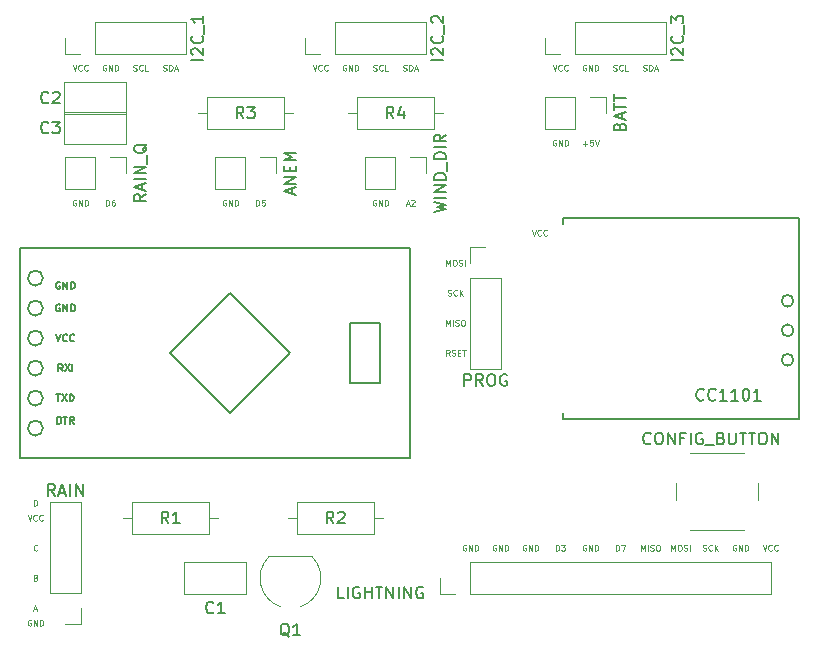
<source format=gbr>
%TF.GenerationSoftware,KiCad,Pcbnew,5.0.0*%
%TF.CreationDate,2018-08-07T10:12:14+02:00*%
%TF.ProjectId,HB-UNI-Sen-WEA,48422D554E492D53656E2D5745412E6B,1.0*%
%TF.SameCoordinates,Original*%
%TF.FileFunction,Legend,Top*%
%TF.FilePolarity,Positive*%
%FSLAX46Y46*%
G04 Gerber Fmt 4.6, Leading zero omitted, Abs format (unit mm)*
G04 Created by KiCad (PCBNEW 5.0.0) date Tue Aug  7 10:12:14 2018*
%MOMM*%
%LPD*%
G01*
G04 APERTURE LIST*
%ADD10C,0.100000*%
%ADD11C,0.150000*%
%ADD12C,0.120000*%
G04 APERTURE END LIST*
D10*
X168267142Y-77505714D02*
X168648095Y-77505714D01*
X168457619Y-77696190D02*
X168457619Y-77315238D01*
X169124285Y-77196190D02*
X168886190Y-77196190D01*
X168862380Y-77434285D01*
X168886190Y-77410476D01*
X168933809Y-77386666D01*
X169052857Y-77386666D01*
X169100476Y-77410476D01*
X169124285Y-77434285D01*
X169148095Y-77481904D01*
X169148095Y-77600952D01*
X169124285Y-77648571D01*
X169100476Y-77672380D01*
X169052857Y-77696190D01*
X168933809Y-77696190D01*
X168886190Y-77672380D01*
X168862380Y-77648571D01*
X169290952Y-77196190D02*
X169457619Y-77696190D01*
X169624285Y-77196190D01*
X165989047Y-77220000D02*
X165941428Y-77196190D01*
X165870000Y-77196190D01*
X165798571Y-77220000D01*
X165750952Y-77267619D01*
X165727142Y-77315238D01*
X165703333Y-77410476D01*
X165703333Y-77481904D01*
X165727142Y-77577142D01*
X165750952Y-77624761D01*
X165798571Y-77672380D01*
X165870000Y-77696190D01*
X165917619Y-77696190D01*
X165989047Y-77672380D01*
X166012857Y-77648571D01*
X166012857Y-77481904D01*
X165917619Y-77481904D01*
X166227142Y-77696190D02*
X166227142Y-77196190D01*
X166512857Y-77696190D01*
X166512857Y-77196190D01*
X166750952Y-77696190D02*
X166750952Y-77196190D01*
X166870000Y-77196190D01*
X166941428Y-77220000D01*
X166989047Y-77267619D01*
X167012857Y-77315238D01*
X167036666Y-77410476D01*
X167036666Y-77481904D01*
X167012857Y-77577142D01*
X166989047Y-77624761D01*
X166941428Y-77672380D01*
X166870000Y-77696190D01*
X166750952Y-77696190D01*
X121253333Y-108946190D02*
X121420000Y-109446190D01*
X121586666Y-108946190D01*
X122039047Y-109398571D02*
X122015238Y-109422380D01*
X121943809Y-109446190D01*
X121896190Y-109446190D01*
X121824761Y-109422380D01*
X121777142Y-109374761D01*
X121753333Y-109327142D01*
X121729523Y-109231904D01*
X121729523Y-109160476D01*
X121753333Y-109065238D01*
X121777142Y-109017619D01*
X121824761Y-108970000D01*
X121896190Y-108946190D01*
X121943809Y-108946190D01*
X122015238Y-108970000D01*
X122039047Y-108993809D01*
X122539047Y-109398571D02*
X122515238Y-109422380D01*
X122443809Y-109446190D01*
X122396190Y-109446190D01*
X122324761Y-109422380D01*
X122277142Y-109374761D01*
X122253333Y-109327142D01*
X122229523Y-109231904D01*
X122229523Y-109160476D01*
X122253333Y-109065238D01*
X122277142Y-109017619D01*
X122324761Y-108970000D01*
X122396190Y-108946190D01*
X122443809Y-108946190D01*
X122515238Y-108970000D01*
X122539047Y-108993809D01*
X121539047Y-117860000D02*
X121491428Y-117836190D01*
X121420000Y-117836190D01*
X121348571Y-117860000D01*
X121300952Y-117907619D01*
X121277142Y-117955238D01*
X121253333Y-118050476D01*
X121253333Y-118121904D01*
X121277142Y-118217142D01*
X121300952Y-118264761D01*
X121348571Y-118312380D01*
X121420000Y-118336190D01*
X121467619Y-118336190D01*
X121539047Y-118312380D01*
X121562857Y-118288571D01*
X121562857Y-118121904D01*
X121467619Y-118121904D01*
X121777142Y-118336190D02*
X121777142Y-117836190D01*
X122062857Y-118336190D01*
X122062857Y-117836190D01*
X122300952Y-118336190D02*
X122300952Y-117836190D01*
X122420000Y-117836190D01*
X122491428Y-117860000D01*
X122539047Y-117907619D01*
X122562857Y-117955238D01*
X122586666Y-118050476D01*
X122586666Y-118121904D01*
X122562857Y-118217142D01*
X122539047Y-118264761D01*
X122491428Y-118312380D01*
X122420000Y-118336190D01*
X122300952Y-118336190D01*
X156980000Y-95476190D02*
X156813333Y-95238095D01*
X156694285Y-95476190D02*
X156694285Y-94976190D01*
X156884761Y-94976190D01*
X156932380Y-95000000D01*
X156956190Y-95023809D01*
X156980000Y-95071428D01*
X156980000Y-95142857D01*
X156956190Y-95190476D01*
X156932380Y-95214285D01*
X156884761Y-95238095D01*
X156694285Y-95238095D01*
X157170476Y-95452380D02*
X157241904Y-95476190D01*
X157360952Y-95476190D01*
X157408571Y-95452380D01*
X157432380Y-95428571D01*
X157456190Y-95380952D01*
X157456190Y-95333333D01*
X157432380Y-95285714D01*
X157408571Y-95261904D01*
X157360952Y-95238095D01*
X157265714Y-95214285D01*
X157218095Y-95190476D01*
X157194285Y-95166666D01*
X157170476Y-95119047D01*
X157170476Y-95071428D01*
X157194285Y-95023809D01*
X157218095Y-95000000D01*
X157265714Y-94976190D01*
X157384761Y-94976190D01*
X157456190Y-95000000D01*
X157670476Y-95214285D02*
X157837142Y-95214285D01*
X157908571Y-95476190D02*
X157670476Y-95476190D01*
X157670476Y-94976190D01*
X157908571Y-94976190D01*
X158051428Y-94976190D02*
X158337142Y-94976190D01*
X158194285Y-95476190D02*
X158194285Y-94976190D01*
X156837142Y-90372380D02*
X156908571Y-90396190D01*
X157027619Y-90396190D01*
X157075238Y-90372380D01*
X157099047Y-90348571D01*
X157122857Y-90300952D01*
X157122857Y-90253333D01*
X157099047Y-90205714D01*
X157075238Y-90181904D01*
X157027619Y-90158095D01*
X156932380Y-90134285D01*
X156884761Y-90110476D01*
X156860952Y-90086666D01*
X156837142Y-90039047D01*
X156837142Y-89991428D01*
X156860952Y-89943809D01*
X156884761Y-89920000D01*
X156932380Y-89896190D01*
X157051428Y-89896190D01*
X157122857Y-89920000D01*
X157622857Y-90348571D02*
X157599047Y-90372380D01*
X157527619Y-90396190D01*
X157480000Y-90396190D01*
X157408571Y-90372380D01*
X157360952Y-90324761D01*
X157337142Y-90277142D01*
X157313333Y-90181904D01*
X157313333Y-90110476D01*
X157337142Y-90015238D01*
X157360952Y-89967619D01*
X157408571Y-89920000D01*
X157480000Y-89896190D01*
X157527619Y-89896190D01*
X157599047Y-89920000D01*
X157622857Y-89943809D01*
X157837142Y-90396190D02*
X157837142Y-89896190D01*
X158122857Y-90396190D02*
X157908571Y-90110476D01*
X158122857Y-89896190D02*
X157837142Y-90181904D01*
X156694285Y-92936190D02*
X156694285Y-92436190D01*
X156860952Y-92793333D01*
X157027619Y-92436190D01*
X157027619Y-92936190D01*
X157265714Y-92936190D02*
X157265714Y-92436190D01*
X157480000Y-92912380D02*
X157551428Y-92936190D01*
X157670476Y-92936190D01*
X157718095Y-92912380D01*
X157741904Y-92888571D01*
X157765714Y-92840952D01*
X157765714Y-92793333D01*
X157741904Y-92745714D01*
X157718095Y-92721904D01*
X157670476Y-92698095D01*
X157575238Y-92674285D01*
X157527619Y-92650476D01*
X157503809Y-92626666D01*
X157480000Y-92579047D01*
X157480000Y-92531428D01*
X157503809Y-92483809D01*
X157527619Y-92460000D01*
X157575238Y-92436190D01*
X157694285Y-92436190D01*
X157765714Y-92460000D01*
X158075238Y-92436190D02*
X158170476Y-92436190D01*
X158218095Y-92460000D01*
X158265714Y-92507619D01*
X158289523Y-92602857D01*
X158289523Y-92769523D01*
X158265714Y-92864761D01*
X158218095Y-92912380D01*
X158170476Y-92936190D01*
X158075238Y-92936190D01*
X158027619Y-92912380D01*
X157980000Y-92864761D01*
X157956190Y-92769523D01*
X157956190Y-92602857D01*
X157980000Y-92507619D01*
X158027619Y-92460000D01*
X158075238Y-92436190D01*
X156694285Y-87856190D02*
X156694285Y-87356190D01*
X156860952Y-87713333D01*
X157027619Y-87356190D01*
X157027619Y-87856190D01*
X157360952Y-87356190D02*
X157456190Y-87356190D01*
X157503809Y-87380000D01*
X157551428Y-87427619D01*
X157575238Y-87522857D01*
X157575238Y-87689523D01*
X157551428Y-87784761D01*
X157503809Y-87832380D01*
X157456190Y-87856190D01*
X157360952Y-87856190D01*
X157313333Y-87832380D01*
X157265714Y-87784761D01*
X157241904Y-87689523D01*
X157241904Y-87522857D01*
X157265714Y-87427619D01*
X157313333Y-87380000D01*
X157360952Y-87356190D01*
X157765714Y-87832380D02*
X157837142Y-87856190D01*
X157956190Y-87856190D01*
X158003809Y-87832380D01*
X158027619Y-87808571D01*
X158051428Y-87760952D01*
X158051428Y-87713333D01*
X158027619Y-87665714D01*
X158003809Y-87641904D01*
X157956190Y-87618095D01*
X157860952Y-87594285D01*
X157813333Y-87570476D01*
X157789523Y-87546666D01*
X157765714Y-87499047D01*
X157765714Y-87451428D01*
X157789523Y-87403809D01*
X157813333Y-87380000D01*
X157860952Y-87356190D01*
X157980000Y-87356190D01*
X158051428Y-87380000D01*
X158265714Y-87856190D02*
X158265714Y-87356190D01*
X163942619Y-84816190D02*
X164109285Y-85316190D01*
X164275952Y-84816190D01*
X164728333Y-85268571D02*
X164704523Y-85292380D01*
X164633095Y-85316190D01*
X164585476Y-85316190D01*
X164514047Y-85292380D01*
X164466428Y-85244761D01*
X164442619Y-85197142D01*
X164418809Y-85101904D01*
X164418809Y-85030476D01*
X164442619Y-84935238D01*
X164466428Y-84887619D01*
X164514047Y-84840000D01*
X164585476Y-84816190D01*
X164633095Y-84816190D01*
X164704523Y-84840000D01*
X164728333Y-84863809D01*
X165228333Y-85268571D02*
X165204523Y-85292380D01*
X165133095Y-85316190D01*
X165085476Y-85316190D01*
X165014047Y-85292380D01*
X164966428Y-85244761D01*
X164942619Y-85197142D01*
X164918809Y-85101904D01*
X164918809Y-85030476D01*
X164942619Y-84935238D01*
X164966428Y-84887619D01*
X165014047Y-84840000D01*
X165085476Y-84816190D01*
X165133095Y-84816190D01*
X165204523Y-84840000D01*
X165228333Y-84863809D01*
X165703333Y-70846190D02*
X165870000Y-71346190D01*
X166036666Y-70846190D01*
X166489047Y-71298571D02*
X166465238Y-71322380D01*
X166393809Y-71346190D01*
X166346190Y-71346190D01*
X166274761Y-71322380D01*
X166227142Y-71274761D01*
X166203333Y-71227142D01*
X166179523Y-71131904D01*
X166179523Y-71060476D01*
X166203333Y-70965238D01*
X166227142Y-70917619D01*
X166274761Y-70870000D01*
X166346190Y-70846190D01*
X166393809Y-70846190D01*
X166465238Y-70870000D01*
X166489047Y-70893809D01*
X166989047Y-71298571D02*
X166965238Y-71322380D01*
X166893809Y-71346190D01*
X166846190Y-71346190D01*
X166774761Y-71322380D01*
X166727142Y-71274761D01*
X166703333Y-71227142D01*
X166679523Y-71131904D01*
X166679523Y-71060476D01*
X166703333Y-70965238D01*
X166727142Y-70917619D01*
X166774761Y-70870000D01*
X166846190Y-70846190D01*
X166893809Y-70846190D01*
X166965238Y-70870000D01*
X166989047Y-70893809D01*
X168529047Y-70870000D02*
X168481428Y-70846190D01*
X168410000Y-70846190D01*
X168338571Y-70870000D01*
X168290952Y-70917619D01*
X168267142Y-70965238D01*
X168243333Y-71060476D01*
X168243333Y-71131904D01*
X168267142Y-71227142D01*
X168290952Y-71274761D01*
X168338571Y-71322380D01*
X168410000Y-71346190D01*
X168457619Y-71346190D01*
X168529047Y-71322380D01*
X168552857Y-71298571D01*
X168552857Y-71131904D01*
X168457619Y-71131904D01*
X168767142Y-71346190D02*
X168767142Y-70846190D01*
X169052857Y-71346190D01*
X169052857Y-70846190D01*
X169290952Y-71346190D02*
X169290952Y-70846190D01*
X169410000Y-70846190D01*
X169481428Y-70870000D01*
X169529047Y-70917619D01*
X169552857Y-70965238D01*
X169576666Y-71060476D01*
X169576666Y-71131904D01*
X169552857Y-71227142D01*
X169529047Y-71274761D01*
X169481428Y-71322380D01*
X169410000Y-71346190D01*
X169290952Y-71346190D01*
X170854761Y-71322380D02*
X170926190Y-71346190D01*
X171045238Y-71346190D01*
X171092857Y-71322380D01*
X171116666Y-71298571D01*
X171140476Y-71250952D01*
X171140476Y-71203333D01*
X171116666Y-71155714D01*
X171092857Y-71131904D01*
X171045238Y-71108095D01*
X170950000Y-71084285D01*
X170902380Y-71060476D01*
X170878571Y-71036666D01*
X170854761Y-70989047D01*
X170854761Y-70941428D01*
X170878571Y-70893809D01*
X170902380Y-70870000D01*
X170950000Y-70846190D01*
X171069047Y-70846190D01*
X171140476Y-70870000D01*
X171640476Y-71298571D02*
X171616666Y-71322380D01*
X171545238Y-71346190D01*
X171497619Y-71346190D01*
X171426190Y-71322380D01*
X171378571Y-71274761D01*
X171354761Y-71227142D01*
X171330952Y-71131904D01*
X171330952Y-71060476D01*
X171354761Y-70965238D01*
X171378571Y-70917619D01*
X171426190Y-70870000D01*
X171497619Y-70846190D01*
X171545238Y-70846190D01*
X171616666Y-70870000D01*
X171640476Y-70893809D01*
X172092857Y-71346190D02*
X171854761Y-71346190D01*
X171854761Y-70846190D01*
X173382857Y-71322380D02*
X173454285Y-71346190D01*
X173573333Y-71346190D01*
X173620952Y-71322380D01*
X173644761Y-71298571D01*
X173668571Y-71250952D01*
X173668571Y-71203333D01*
X173644761Y-71155714D01*
X173620952Y-71131904D01*
X173573333Y-71108095D01*
X173478095Y-71084285D01*
X173430476Y-71060476D01*
X173406666Y-71036666D01*
X173382857Y-70989047D01*
X173382857Y-70941428D01*
X173406666Y-70893809D01*
X173430476Y-70870000D01*
X173478095Y-70846190D01*
X173597142Y-70846190D01*
X173668571Y-70870000D01*
X173882857Y-71346190D02*
X173882857Y-70846190D01*
X174001904Y-70846190D01*
X174073333Y-70870000D01*
X174120952Y-70917619D01*
X174144761Y-70965238D01*
X174168571Y-71060476D01*
X174168571Y-71131904D01*
X174144761Y-71227142D01*
X174120952Y-71274761D01*
X174073333Y-71322380D01*
X174001904Y-71346190D01*
X173882857Y-71346190D01*
X174359047Y-71203333D02*
X174597142Y-71203333D01*
X174311428Y-71346190D02*
X174478095Y-70846190D01*
X174644761Y-71346190D01*
X153062857Y-71322380D02*
X153134285Y-71346190D01*
X153253333Y-71346190D01*
X153300952Y-71322380D01*
X153324761Y-71298571D01*
X153348571Y-71250952D01*
X153348571Y-71203333D01*
X153324761Y-71155714D01*
X153300952Y-71131904D01*
X153253333Y-71108095D01*
X153158095Y-71084285D01*
X153110476Y-71060476D01*
X153086666Y-71036666D01*
X153062857Y-70989047D01*
X153062857Y-70941428D01*
X153086666Y-70893809D01*
X153110476Y-70870000D01*
X153158095Y-70846190D01*
X153277142Y-70846190D01*
X153348571Y-70870000D01*
X153562857Y-71346190D02*
X153562857Y-70846190D01*
X153681904Y-70846190D01*
X153753333Y-70870000D01*
X153800952Y-70917619D01*
X153824761Y-70965238D01*
X153848571Y-71060476D01*
X153848571Y-71131904D01*
X153824761Y-71227142D01*
X153800952Y-71274761D01*
X153753333Y-71322380D01*
X153681904Y-71346190D01*
X153562857Y-71346190D01*
X154039047Y-71203333D02*
X154277142Y-71203333D01*
X153991428Y-71346190D02*
X154158095Y-70846190D01*
X154324761Y-71346190D01*
X150534761Y-71322380D02*
X150606190Y-71346190D01*
X150725238Y-71346190D01*
X150772857Y-71322380D01*
X150796666Y-71298571D01*
X150820476Y-71250952D01*
X150820476Y-71203333D01*
X150796666Y-71155714D01*
X150772857Y-71131904D01*
X150725238Y-71108095D01*
X150630000Y-71084285D01*
X150582380Y-71060476D01*
X150558571Y-71036666D01*
X150534761Y-70989047D01*
X150534761Y-70941428D01*
X150558571Y-70893809D01*
X150582380Y-70870000D01*
X150630000Y-70846190D01*
X150749047Y-70846190D01*
X150820476Y-70870000D01*
X151320476Y-71298571D02*
X151296666Y-71322380D01*
X151225238Y-71346190D01*
X151177619Y-71346190D01*
X151106190Y-71322380D01*
X151058571Y-71274761D01*
X151034761Y-71227142D01*
X151010952Y-71131904D01*
X151010952Y-71060476D01*
X151034761Y-70965238D01*
X151058571Y-70917619D01*
X151106190Y-70870000D01*
X151177619Y-70846190D01*
X151225238Y-70846190D01*
X151296666Y-70870000D01*
X151320476Y-70893809D01*
X151772857Y-71346190D02*
X151534761Y-71346190D01*
X151534761Y-70846190D01*
X145383333Y-70846190D02*
X145550000Y-71346190D01*
X145716666Y-70846190D01*
X146169047Y-71298571D02*
X146145238Y-71322380D01*
X146073809Y-71346190D01*
X146026190Y-71346190D01*
X145954761Y-71322380D01*
X145907142Y-71274761D01*
X145883333Y-71227142D01*
X145859523Y-71131904D01*
X145859523Y-71060476D01*
X145883333Y-70965238D01*
X145907142Y-70917619D01*
X145954761Y-70870000D01*
X146026190Y-70846190D01*
X146073809Y-70846190D01*
X146145238Y-70870000D01*
X146169047Y-70893809D01*
X146669047Y-71298571D02*
X146645238Y-71322380D01*
X146573809Y-71346190D01*
X146526190Y-71346190D01*
X146454761Y-71322380D01*
X146407142Y-71274761D01*
X146383333Y-71227142D01*
X146359523Y-71131904D01*
X146359523Y-71060476D01*
X146383333Y-70965238D01*
X146407142Y-70917619D01*
X146454761Y-70870000D01*
X146526190Y-70846190D01*
X146573809Y-70846190D01*
X146645238Y-70870000D01*
X146669047Y-70893809D01*
X148209047Y-70870000D02*
X148161428Y-70846190D01*
X148090000Y-70846190D01*
X148018571Y-70870000D01*
X147970952Y-70917619D01*
X147947142Y-70965238D01*
X147923333Y-71060476D01*
X147923333Y-71131904D01*
X147947142Y-71227142D01*
X147970952Y-71274761D01*
X148018571Y-71322380D01*
X148090000Y-71346190D01*
X148137619Y-71346190D01*
X148209047Y-71322380D01*
X148232857Y-71298571D01*
X148232857Y-71131904D01*
X148137619Y-71131904D01*
X148447142Y-71346190D02*
X148447142Y-70846190D01*
X148732857Y-71346190D01*
X148732857Y-70846190D01*
X148970952Y-71346190D02*
X148970952Y-70846190D01*
X149090000Y-70846190D01*
X149161428Y-70870000D01*
X149209047Y-70917619D01*
X149232857Y-70965238D01*
X149256666Y-71060476D01*
X149256666Y-71131904D01*
X149232857Y-71227142D01*
X149209047Y-71274761D01*
X149161428Y-71322380D01*
X149090000Y-71346190D01*
X148970952Y-71346190D01*
X132742857Y-71322380D02*
X132814285Y-71346190D01*
X132933333Y-71346190D01*
X132980952Y-71322380D01*
X133004761Y-71298571D01*
X133028571Y-71250952D01*
X133028571Y-71203333D01*
X133004761Y-71155714D01*
X132980952Y-71131904D01*
X132933333Y-71108095D01*
X132838095Y-71084285D01*
X132790476Y-71060476D01*
X132766666Y-71036666D01*
X132742857Y-70989047D01*
X132742857Y-70941428D01*
X132766666Y-70893809D01*
X132790476Y-70870000D01*
X132838095Y-70846190D01*
X132957142Y-70846190D01*
X133028571Y-70870000D01*
X133242857Y-71346190D02*
X133242857Y-70846190D01*
X133361904Y-70846190D01*
X133433333Y-70870000D01*
X133480952Y-70917619D01*
X133504761Y-70965238D01*
X133528571Y-71060476D01*
X133528571Y-71131904D01*
X133504761Y-71227142D01*
X133480952Y-71274761D01*
X133433333Y-71322380D01*
X133361904Y-71346190D01*
X133242857Y-71346190D01*
X133719047Y-71203333D02*
X133957142Y-71203333D01*
X133671428Y-71346190D02*
X133838095Y-70846190D01*
X134004761Y-71346190D01*
X130214761Y-71322380D02*
X130286190Y-71346190D01*
X130405238Y-71346190D01*
X130452857Y-71322380D01*
X130476666Y-71298571D01*
X130500476Y-71250952D01*
X130500476Y-71203333D01*
X130476666Y-71155714D01*
X130452857Y-71131904D01*
X130405238Y-71108095D01*
X130310000Y-71084285D01*
X130262380Y-71060476D01*
X130238571Y-71036666D01*
X130214761Y-70989047D01*
X130214761Y-70941428D01*
X130238571Y-70893809D01*
X130262380Y-70870000D01*
X130310000Y-70846190D01*
X130429047Y-70846190D01*
X130500476Y-70870000D01*
X131000476Y-71298571D02*
X130976666Y-71322380D01*
X130905238Y-71346190D01*
X130857619Y-71346190D01*
X130786190Y-71322380D01*
X130738571Y-71274761D01*
X130714761Y-71227142D01*
X130690952Y-71131904D01*
X130690952Y-71060476D01*
X130714761Y-70965238D01*
X130738571Y-70917619D01*
X130786190Y-70870000D01*
X130857619Y-70846190D01*
X130905238Y-70846190D01*
X130976666Y-70870000D01*
X131000476Y-70893809D01*
X131452857Y-71346190D02*
X131214761Y-71346190D01*
X131214761Y-70846190D01*
X125063333Y-70846190D02*
X125230000Y-71346190D01*
X125396666Y-70846190D01*
X125849047Y-71298571D02*
X125825238Y-71322380D01*
X125753809Y-71346190D01*
X125706190Y-71346190D01*
X125634761Y-71322380D01*
X125587142Y-71274761D01*
X125563333Y-71227142D01*
X125539523Y-71131904D01*
X125539523Y-71060476D01*
X125563333Y-70965238D01*
X125587142Y-70917619D01*
X125634761Y-70870000D01*
X125706190Y-70846190D01*
X125753809Y-70846190D01*
X125825238Y-70870000D01*
X125849047Y-70893809D01*
X126349047Y-71298571D02*
X126325238Y-71322380D01*
X126253809Y-71346190D01*
X126206190Y-71346190D01*
X126134761Y-71322380D01*
X126087142Y-71274761D01*
X126063333Y-71227142D01*
X126039523Y-71131904D01*
X126039523Y-71060476D01*
X126063333Y-70965238D01*
X126087142Y-70917619D01*
X126134761Y-70870000D01*
X126206190Y-70846190D01*
X126253809Y-70846190D01*
X126325238Y-70870000D01*
X126349047Y-70893809D01*
X127889047Y-70870000D02*
X127841428Y-70846190D01*
X127770000Y-70846190D01*
X127698571Y-70870000D01*
X127650952Y-70917619D01*
X127627142Y-70965238D01*
X127603333Y-71060476D01*
X127603333Y-71131904D01*
X127627142Y-71227142D01*
X127650952Y-71274761D01*
X127698571Y-71322380D01*
X127770000Y-71346190D01*
X127817619Y-71346190D01*
X127889047Y-71322380D01*
X127912857Y-71298571D01*
X127912857Y-71131904D01*
X127817619Y-71131904D01*
X128127142Y-71346190D02*
X128127142Y-70846190D01*
X128412857Y-71346190D01*
X128412857Y-70846190D01*
X128650952Y-71346190D02*
X128650952Y-70846190D01*
X128770000Y-70846190D01*
X128841428Y-70870000D01*
X128889047Y-70917619D01*
X128912857Y-70965238D01*
X128936666Y-71060476D01*
X128936666Y-71131904D01*
X128912857Y-71227142D01*
X128889047Y-71274761D01*
X128841428Y-71322380D01*
X128770000Y-71346190D01*
X128650952Y-71346190D01*
X153312857Y-82633333D02*
X153550952Y-82633333D01*
X153265238Y-82776190D02*
X153431904Y-82276190D01*
X153598571Y-82776190D01*
X153741428Y-82323809D02*
X153765238Y-82300000D01*
X153812857Y-82276190D01*
X153931904Y-82276190D01*
X153979523Y-82300000D01*
X154003333Y-82323809D01*
X154027142Y-82371428D01*
X154027142Y-82419047D01*
X154003333Y-82490476D01*
X153717619Y-82776190D01*
X154027142Y-82776190D01*
X150749047Y-82300000D02*
X150701428Y-82276190D01*
X150630000Y-82276190D01*
X150558571Y-82300000D01*
X150510952Y-82347619D01*
X150487142Y-82395238D01*
X150463333Y-82490476D01*
X150463333Y-82561904D01*
X150487142Y-82657142D01*
X150510952Y-82704761D01*
X150558571Y-82752380D01*
X150630000Y-82776190D01*
X150677619Y-82776190D01*
X150749047Y-82752380D01*
X150772857Y-82728571D01*
X150772857Y-82561904D01*
X150677619Y-82561904D01*
X150987142Y-82776190D02*
X150987142Y-82276190D01*
X151272857Y-82776190D01*
X151272857Y-82276190D01*
X151510952Y-82776190D02*
X151510952Y-82276190D01*
X151630000Y-82276190D01*
X151701428Y-82300000D01*
X151749047Y-82347619D01*
X151772857Y-82395238D01*
X151796666Y-82490476D01*
X151796666Y-82561904D01*
X151772857Y-82657142D01*
X151749047Y-82704761D01*
X151701428Y-82752380D01*
X151630000Y-82776190D01*
X151510952Y-82776190D01*
X140600952Y-82776190D02*
X140600952Y-82276190D01*
X140720000Y-82276190D01*
X140791428Y-82300000D01*
X140839047Y-82347619D01*
X140862857Y-82395238D01*
X140886666Y-82490476D01*
X140886666Y-82561904D01*
X140862857Y-82657142D01*
X140839047Y-82704761D01*
X140791428Y-82752380D01*
X140720000Y-82776190D01*
X140600952Y-82776190D01*
X141339047Y-82276190D02*
X141100952Y-82276190D01*
X141077142Y-82514285D01*
X141100952Y-82490476D01*
X141148571Y-82466666D01*
X141267619Y-82466666D01*
X141315238Y-82490476D01*
X141339047Y-82514285D01*
X141362857Y-82561904D01*
X141362857Y-82680952D01*
X141339047Y-82728571D01*
X141315238Y-82752380D01*
X141267619Y-82776190D01*
X141148571Y-82776190D01*
X141100952Y-82752380D01*
X141077142Y-82728571D01*
X138049047Y-82300000D02*
X138001428Y-82276190D01*
X137930000Y-82276190D01*
X137858571Y-82300000D01*
X137810952Y-82347619D01*
X137787142Y-82395238D01*
X137763333Y-82490476D01*
X137763333Y-82561904D01*
X137787142Y-82657142D01*
X137810952Y-82704761D01*
X137858571Y-82752380D01*
X137930000Y-82776190D01*
X137977619Y-82776190D01*
X138049047Y-82752380D01*
X138072857Y-82728571D01*
X138072857Y-82561904D01*
X137977619Y-82561904D01*
X138287142Y-82776190D02*
X138287142Y-82276190D01*
X138572857Y-82776190D01*
X138572857Y-82276190D01*
X138810952Y-82776190D02*
X138810952Y-82276190D01*
X138930000Y-82276190D01*
X139001428Y-82300000D01*
X139049047Y-82347619D01*
X139072857Y-82395238D01*
X139096666Y-82490476D01*
X139096666Y-82561904D01*
X139072857Y-82657142D01*
X139049047Y-82704761D01*
X139001428Y-82752380D01*
X138930000Y-82776190D01*
X138810952Y-82776190D01*
X127900952Y-82776190D02*
X127900952Y-82276190D01*
X128020000Y-82276190D01*
X128091428Y-82300000D01*
X128139047Y-82347619D01*
X128162857Y-82395238D01*
X128186666Y-82490476D01*
X128186666Y-82561904D01*
X128162857Y-82657142D01*
X128139047Y-82704761D01*
X128091428Y-82752380D01*
X128020000Y-82776190D01*
X127900952Y-82776190D01*
X128615238Y-82276190D02*
X128520000Y-82276190D01*
X128472380Y-82300000D01*
X128448571Y-82323809D01*
X128400952Y-82395238D01*
X128377142Y-82490476D01*
X128377142Y-82680952D01*
X128400952Y-82728571D01*
X128424761Y-82752380D01*
X128472380Y-82776190D01*
X128567619Y-82776190D01*
X128615238Y-82752380D01*
X128639047Y-82728571D01*
X128662857Y-82680952D01*
X128662857Y-82561904D01*
X128639047Y-82514285D01*
X128615238Y-82490476D01*
X128567619Y-82466666D01*
X128472380Y-82466666D01*
X128424761Y-82490476D01*
X128400952Y-82514285D01*
X128377142Y-82561904D01*
X125349047Y-82300000D02*
X125301428Y-82276190D01*
X125230000Y-82276190D01*
X125158571Y-82300000D01*
X125110952Y-82347619D01*
X125087142Y-82395238D01*
X125063333Y-82490476D01*
X125063333Y-82561904D01*
X125087142Y-82657142D01*
X125110952Y-82704761D01*
X125158571Y-82752380D01*
X125230000Y-82776190D01*
X125277619Y-82776190D01*
X125349047Y-82752380D01*
X125372857Y-82728571D01*
X125372857Y-82561904D01*
X125277619Y-82561904D01*
X125587142Y-82776190D02*
X125587142Y-82276190D01*
X125872857Y-82776190D01*
X125872857Y-82276190D01*
X126110952Y-82776190D02*
X126110952Y-82276190D01*
X126230000Y-82276190D01*
X126301428Y-82300000D01*
X126349047Y-82347619D01*
X126372857Y-82395238D01*
X126396666Y-82490476D01*
X126396666Y-82561904D01*
X126372857Y-82657142D01*
X126349047Y-82704761D01*
X126301428Y-82752380D01*
X126230000Y-82776190D01*
X126110952Y-82776190D01*
X121789047Y-108176190D02*
X121789047Y-107676190D01*
X121908095Y-107676190D01*
X121979523Y-107700000D01*
X122027142Y-107747619D01*
X122050952Y-107795238D01*
X122074761Y-107890476D01*
X122074761Y-107961904D01*
X122050952Y-108057142D01*
X122027142Y-108104761D01*
X121979523Y-108152380D01*
X121908095Y-108176190D01*
X121789047Y-108176190D01*
X122074761Y-111938571D02*
X122050952Y-111962380D01*
X121979523Y-111986190D01*
X121931904Y-111986190D01*
X121860476Y-111962380D01*
X121812857Y-111914761D01*
X121789047Y-111867142D01*
X121765238Y-111771904D01*
X121765238Y-111700476D01*
X121789047Y-111605238D01*
X121812857Y-111557619D01*
X121860476Y-111510000D01*
X121931904Y-111486190D01*
X121979523Y-111486190D01*
X122050952Y-111510000D01*
X122074761Y-111533809D01*
X121955714Y-114264285D02*
X122027142Y-114288095D01*
X122050952Y-114311904D01*
X122074761Y-114359523D01*
X122074761Y-114430952D01*
X122050952Y-114478571D01*
X122027142Y-114502380D01*
X121979523Y-114526190D01*
X121789047Y-114526190D01*
X121789047Y-114026190D01*
X121955714Y-114026190D01*
X122003333Y-114050000D01*
X122027142Y-114073809D01*
X122050952Y-114121428D01*
X122050952Y-114169047D01*
X122027142Y-114216666D01*
X122003333Y-114240476D01*
X121955714Y-114264285D01*
X121789047Y-114264285D01*
X121800952Y-116923333D02*
X122039047Y-116923333D01*
X121753333Y-117066190D02*
X121920000Y-116566190D01*
X122086666Y-117066190D01*
X183483333Y-111486190D02*
X183650000Y-111986190D01*
X183816666Y-111486190D01*
X184269047Y-111938571D02*
X184245238Y-111962380D01*
X184173809Y-111986190D01*
X184126190Y-111986190D01*
X184054761Y-111962380D01*
X184007142Y-111914761D01*
X183983333Y-111867142D01*
X183959523Y-111771904D01*
X183959523Y-111700476D01*
X183983333Y-111605238D01*
X184007142Y-111557619D01*
X184054761Y-111510000D01*
X184126190Y-111486190D01*
X184173809Y-111486190D01*
X184245238Y-111510000D01*
X184269047Y-111533809D01*
X184769047Y-111938571D02*
X184745238Y-111962380D01*
X184673809Y-111986190D01*
X184626190Y-111986190D01*
X184554761Y-111962380D01*
X184507142Y-111914761D01*
X184483333Y-111867142D01*
X184459523Y-111771904D01*
X184459523Y-111700476D01*
X184483333Y-111605238D01*
X184507142Y-111557619D01*
X184554761Y-111510000D01*
X184626190Y-111486190D01*
X184673809Y-111486190D01*
X184745238Y-111510000D01*
X184769047Y-111533809D01*
X181229047Y-111510000D02*
X181181428Y-111486190D01*
X181110000Y-111486190D01*
X181038571Y-111510000D01*
X180990952Y-111557619D01*
X180967142Y-111605238D01*
X180943333Y-111700476D01*
X180943333Y-111771904D01*
X180967142Y-111867142D01*
X180990952Y-111914761D01*
X181038571Y-111962380D01*
X181110000Y-111986190D01*
X181157619Y-111986190D01*
X181229047Y-111962380D01*
X181252857Y-111938571D01*
X181252857Y-111771904D01*
X181157619Y-111771904D01*
X181467142Y-111986190D02*
X181467142Y-111486190D01*
X181752857Y-111986190D01*
X181752857Y-111486190D01*
X181990952Y-111986190D02*
X181990952Y-111486190D01*
X182110000Y-111486190D01*
X182181428Y-111510000D01*
X182229047Y-111557619D01*
X182252857Y-111605238D01*
X182276666Y-111700476D01*
X182276666Y-111771904D01*
X182252857Y-111867142D01*
X182229047Y-111914761D01*
X182181428Y-111962380D01*
X182110000Y-111986190D01*
X181990952Y-111986190D01*
X178427142Y-111962380D02*
X178498571Y-111986190D01*
X178617619Y-111986190D01*
X178665238Y-111962380D01*
X178689047Y-111938571D01*
X178712857Y-111890952D01*
X178712857Y-111843333D01*
X178689047Y-111795714D01*
X178665238Y-111771904D01*
X178617619Y-111748095D01*
X178522380Y-111724285D01*
X178474761Y-111700476D01*
X178450952Y-111676666D01*
X178427142Y-111629047D01*
X178427142Y-111581428D01*
X178450952Y-111533809D01*
X178474761Y-111510000D01*
X178522380Y-111486190D01*
X178641428Y-111486190D01*
X178712857Y-111510000D01*
X179212857Y-111938571D02*
X179189047Y-111962380D01*
X179117619Y-111986190D01*
X179070000Y-111986190D01*
X178998571Y-111962380D01*
X178950952Y-111914761D01*
X178927142Y-111867142D01*
X178903333Y-111771904D01*
X178903333Y-111700476D01*
X178927142Y-111605238D01*
X178950952Y-111557619D01*
X178998571Y-111510000D01*
X179070000Y-111486190D01*
X179117619Y-111486190D01*
X179189047Y-111510000D01*
X179212857Y-111533809D01*
X179427142Y-111986190D02*
X179427142Y-111486190D01*
X179712857Y-111986190D02*
X179498571Y-111700476D01*
X179712857Y-111486190D02*
X179427142Y-111771904D01*
X175744285Y-111986190D02*
X175744285Y-111486190D01*
X175910952Y-111843333D01*
X176077619Y-111486190D01*
X176077619Y-111986190D01*
X176410952Y-111486190D02*
X176506190Y-111486190D01*
X176553809Y-111510000D01*
X176601428Y-111557619D01*
X176625238Y-111652857D01*
X176625238Y-111819523D01*
X176601428Y-111914761D01*
X176553809Y-111962380D01*
X176506190Y-111986190D01*
X176410952Y-111986190D01*
X176363333Y-111962380D01*
X176315714Y-111914761D01*
X176291904Y-111819523D01*
X176291904Y-111652857D01*
X176315714Y-111557619D01*
X176363333Y-111510000D01*
X176410952Y-111486190D01*
X176815714Y-111962380D02*
X176887142Y-111986190D01*
X177006190Y-111986190D01*
X177053809Y-111962380D01*
X177077619Y-111938571D01*
X177101428Y-111890952D01*
X177101428Y-111843333D01*
X177077619Y-111795714D01*
X177053809Y-111771904D01*
X177006190Y-111748095D01*
X176910952Y-111724285D01*
X176863333Y-111700476D01*
X176839523Y-111676666D01*
X176815714Y-111629047D01*
X176815714Y-111581428D01*
X176839523Y-111533809D01*
X176863333Y-111510000D01*
X176910952Y-111486190D01*
X177030000Y-111486190D01*
X177101428Y-111510000D01*
X177315714Y-111986190D02*
X177315714Y-111486190D01*
X173204285Y-111986190D02*
X173204285Y-111486190D01*
X173370952Y-111843333D01*
X173537619Y-111486190D01*
X173537619Y-111986190D01*
X173775714Y-111986190D02*
X173775714Y-111486190D01*
X173990000Y-111962380D02*
X174061428Y-111986190D01*
X174180476Y-111986190D01*
X174228095Y-111962380D01*
X174251904Y-111938571D01*
X174275714Y-111890952D01*
X174275714Y-111843333D01*
X174251904Y-111795714D01*
X174228095Y-111771904D01*
X174180476Y-111748095D01*
X174085238Y-111724285D01*
X174037619Y-111700476D01*
X174013809Y-111676666D01*
X173990000Y-111629047D01*
X173990000Y-111581428D01*
X174013809Y-111533809D01*
X174037619Y-111510000D01*
X174085238Y-111486190D01*
X174204285Y-111486190D01*
X174275714Y-111510000D01*
X174585238Y-111486190D02*
X174680476Y-111486190D01*
X174728095Y-111510000D01*
X174775714Y-111557619D01*
X174799523Y-111652857D01*
X174799523Y-111819523D01*
X174775714Y-111914761D01*
X174728095Y-111962380D01*
X174680476Y-111986190D01*
X174585238Y-111986190D01*
X174537619Y-111962380D01*
X174490000Y-111914761D01*
X174466190Y-111819523D01*
X174466190Y-111652857D01*
X174490000Y-111557619D01*
X174537619Y-111510000D01*
X174585238Y-111486190D01*
X171080952Y-111986190D02*
X171080952Y-111486190D01*
X171200000Y-111486190D01*
X171271428Y-111510000D01*
X171319047Y-111557619D01*
X171342857Y-111605238D01*
X171366666Y-111700476D01*
X171366666Y-111771904D01*
X171342857Y-111867142D01*
X171319047Y-111914761D01*
X171271428Y-111962380D01*
X171200000Y-111986190D01*
X171080952Y-111986190D01*
X171533333Y-111486190D02*
X171866666Y-111486190D01*
X171652380Y-111986190D01*
X166000952Y-111986190D02*
X166000952Y-111486190D01*
X166120000Y-111486190D01*
X166191428Y-111510000D01*
X166239047Y-111557619D01*
X166262857Y-111605238D01*
X166286666Y-111700476D01*
X166286666Y-111771904D01*
X166262857Y-111867142D01*
X166239047Y-111914761D01*
X166191428Y-111962380D01*
X166120000Y-111986190D01*
X166000952Y-111986190D01*
X166453333Y-111486190D02*
X166762857Y-111486190D01*
X166596190Y-111676666D01*
X166667619Y-111676666D01*
X166715238Y-111700476D01*
X166739047Y-111724285D01*
X166762857Y-111771904D01*
X166762857Y-111890952D01*
X166739047Y-111938571D01*
X166715238Y-111962380D01*
X166667619Y-111986190D01*
X166524761Y-111986190D01*
X166477142Y-111962380D01*
X166453333Y-111938571D01*
X168529047Y-111510000D02*
X168481428Y-111486190D01*
X168410000Y-111486190D01*
X168338571Y-111510000D01*
X168290952Y-111557619D01*
X168267142Y-111605238D01*
X168243333Y-111700476D01*
X168243333Y-111771904D01*
X168267142Y-111867142D01*
X168290952Y-111914761D01*
X168338571Y-111962380D01*
X168410000Y-111986190D01*
X168457619Y-111986190D01*
X168529047Y-111962380D01*
X168552857Y-111938571D01*
X168552857Y-111771904D01*
X168457619Y-111771904D01*
X168767142Y-111986190D02*
X168767142Y-111486190D01*
X169052857Y-111986190D01*
X169052857Y-111486190D01*
X169290952Y-111986190D02*
X169290952Y-111486190D01*
X169410000Y-111486190D01*
X169481428Y-111510000D01*
X169529047Y-111557619D01*
X169552857Y-111605238D01*
X169576666Y-111700476D01*
X169576666Y-111771904D01*
X169552857Y-111867142D01*
X169529047Y-111914761D01*
X169481428Y-111962380D01*
X169410000Y-111986190D01*
X169290952Y-111986190D01*
X163449047Y-111510000D02*
X163401428Y-111486190D01*
X163330000Y-111486190D01*
X163258571Y-111510000D01*
X163210952Y-111557619D01*
X163187142Y-111605238D01*
X163163333Y-111700476D01*
X163163333Y-111771904D01*
X163187142Y-111867142D01*
X163210952Y-111914761D01*
X163258571Y-111962380D01*
X163330000Y-111986190D01*
X163377619Y-111986190D01*
X163449047Y-111962380D01*
X163472857Y-111938571D01*
X163472857Y-111771904D01*
X163377619Y-111771904D01*
X163687142Y-111986190D02*
X163687142Y-111486190D01*
X163972857Y-111986190D01*
X163972857Y-111486190D01*
X164210952Y-111986190D02*
X164210952Y-111486190D01*
X164330000Y-111486190D01*
X164401428Y-111510000D01*
X164449047Y-111557619D01*
X164472857Y-111605238D01*
X164496666Y-111700476D01*
X164496666Y-111771904D01*
X164472857Y-111867142D01*
X164449047Y-111914761D01*
X164401428Y-111962380D01*
X164330000Y-111986190D01*
X164210952Y-111986190D01*
X160909047Y-111510000D02*
X160861428Y-111486190D01*
X160790000Y-111486190D01*
X160718571Y-111510000D01*
X160670952Y-111557619D01*
X160647142Y-111605238D01*
X160623333Y-111700476D01*
X160623333Y-111771904D01*
X160647142Y-111867142D01*
X160670952Y-111914761D01*
X160718571Y-111962380D01*
X160790000Y-111986190D01*
X160837619Y-111986190D01*
X160909047Y-111962380D01*
X160932857Y-111938571D01*
X160932857Y-111771904D01*
X160837619Y-111771904D01*
X161147142Y-111986190D02*
X161147142Y-111486190D01*
X161432857Y-111986190D01*
X161432857Y-111486190D01*
X161670952Y-111986190D02*
X161670952Y-111486190D01*
X161790000Y-111486190D01*
X161861428Y-111510000D01*
X161909047Y-111557619D01*
X161932857Y-111605238D01*
X161956666Y-111700476D01*
X161956666Y-111771904D01*
X161932857Y-111867142D01*
X161909047Y-111914761D01*
X161861428Y-111962380D01*
X161790000Y-111986190D01*
X161670952Y-111986190D01*
X158369047Y-111510000D02*
X158321428Y-111486190D01*
X158250000Y-111486190D01*
X158178571Y-111510000D01*
X158130952Y-111557619D01*
X158107142Y-111605238D01*
X158083333Y-111700476D01*
X158083333Y-111771904D01*
X158107142Y-111867142D01*
X158130952Y-111914761D01*
X158178571Y-111962380D01*
X158250000Y-111986190D01*
X158297619Y-111986190D01*
X158369047Y-111962380D01*
X158392857Y-111938571D01*
X158392857Y-111771904D01*
X158297619Y-111771904D01*
X158607142Y-111986190D02*
X158607142Y-111486190D01*
X158892857Y-111986190D01*
X158892857Y-111486190D01*
X159130952Y-111986190D02*
X159130952Y-111486190D01*
X159250000Y-111486190D01*
X159321428Y-111510000D01*
X159369047Y-111557619D01*
X159392857Y-111605238D01*
X159416666Y-111700476D01*
X159416666Y-111771904D01*
X159392857Y-111867142D01*
X159369047Y-111914761D01*
X159321428Y-111962380D01*
X159250000Y-111986190D01*
X159130952Y-111986190D01*
D11*
%TO.C,U1*%
X122555000Y-88900000D02*
G75*
G03X122555000Y-88900000I-635000J0D01*
G01*
X122555000Y-91440000D02*
G75*
G03X122555000Y-91440000I-635000J0D01*
G01*
X122555000Y-93980000D02*
G75*
G03X122555000Y-93980000I-635000J0D01*
G01*
X122555000Y-96520000D02*
G75*
G03X122555000Y-96520000I-635000J0D01*
G01*
X122555000Y-99060000D02*
G75*
G03X122555000Y-99060000I-635000J0D01*
G01*
X122555000Y-101600000D02*
G75*
G03X122555000Y-101600000I-635000J0D01*
G01*
X151130000Y-97790000D02*
X151130000Y-92710000D01*
X151130000Y-92710000D02*
X148590000Y-92710000D01*
X148590000Y-92710000D02*
X148590000Y-97790000D01*
X148590000Y-97790000D02*
X151130000Y-97790000D01*
X138430000Y-90170000D02*
X133350000Y-95250000D01*
X133350000Y-95250000D02*
X138430000Y-100330000D01*
X138430000Y-100330000D02*
X143510000Y-95250000D01*
X143510000Y-95250000D02*
X138430000Y-90170000D01*
X153670000Y-86360000D02*
X120650000Y-86360000D01*
X120650000Y-86360000D02*
X120650000Y-104140000D01*
X120650000Y-104140000D02*
X153670000Y-104140000D01*
X153670000Y-104140000D02*
X153670000Y-86360000D01*
D12*
%TO.C,C1*%
X134520000Y-112930000D02*
X139760000Y-112930000D01*
X134520000Y-115670000D02*
X139760000Y-115670000D01*
X134520000Y-112930000D02*
X134520000Y-115670000D01*
X139760000Y-112930000D02*
X139760000Y-115670000D01*
%TO.C,C2*%
X129600000Y-72290000D02*
X129600000Y-75030000D01*
X124360000Y-72290000D02*
X124360000Y-75030000D01*
X124360000Y-75030000D02*
X129600000Y-75030000D01*
X124360000Y-72290000D02*
X129600000Y-72290000D01*
%TO.C,C3*%
X124360000Y-74830000D02*
X129600000Y-74830000D01*
X124360000Y-77570000D02*
X129600000Y-77570000D01*
X124360000Y-74830000D02*
X124360000Y-77570000D01*
X129600000Y-74830000D02*
X129600000Y-77570000D01*
%TO.C,J1*%
X125790000Y-107890000D02*
X123130000Y-107890000D01*
X125790000Y-115570000D02*
X125790000Y-107890000D01*
X123130000Y-115570000D02*
X123130000Y-107890000D01*
X125790000Y-115570000D02*
X123130000Y-115570000D01*
X125790000Y-116840000D02*
X125790000Y-118170000D01*
X125790000Y-118170000D02*
X124460000Y-118170000D01*
%TO.C,J2*%
X158690000Y-86300000D02*
X160020000Y-86300000D01*
X158690000Y-87630000D02*
X158690000Y-86300000D01*
X158690000Y-88900000D02*
X161350000Y-88900000D01*
X161350000Y-88900000D02*
X161350000Y-96580000D01*
X158690000Y-88900000D02*
X158690000Y-96580000D01*
X158690000Y-96580000D02*
X161350000Y-96580000D01*
%TO.C,J3*%
X149800000Y-78680000D02*
X149800000Y-81340000D01*
X152400000Y-78680000D02*
X149800000Y-78680000D01*
X152400000Y-81340000D02*
X149800000Y-81340000D01*
X152400000Y-78680000D02*
X152400000Y-81340000D01*
X153670000Y-78680000D02*
X155000000Y-78680000D01*
X155000000Y-78680000D02*
X155000000Y-80010000D01*
%TO.C,J4*%
X134680000Y-69910000D02*
X134680000Y-67250000D01*
X127000000Y-69910000D02*
X134680000Y-69910000D01*
X127000000Y-67250000D02*
X134680000Y-67250000D01*
X127000000Y-69910000D02*
X127000000Y-67250000D01*
X125730000Y-69910000D02*
X124400000Y-69910000D01*
X124400000Y-69910000D02*
X124400000Y-68580000D01*
%TO.C,J5*%
X184210000Y-115630000D02*
X184210000Y-112970000D01*
X158750000Y-115630000D02*
X184210000Y-115630000D01*
X158750000Y-112970000D02*
X184210000Y-112970000D01*
X158750000Y-115630000D02*
X158750000Y-112970000D01*
X157480000Y-115630000D02*
X156150000Y-115630000D01*
X156150000Y-115630000D02*
X156150000Y-114300000D01*
%TO.C,J6*%
X142300000Y-78680000D02*
X142300000Y-80010000D01*
X140970000Y-78680000D02*
X142300000Y-78680000D01*
X139700000Y-78680000D02*
X139700000Y-81340000D01*
X139700000Y-81340000D02*
X137100000Y-81340000D01*
X139700000Y-78680000D02*
X137100000Y-78680000D01*
X137100000Y-78680000D02*
X137100000Y-81340000D01*
%TO.C,J7*%
X124400000Y-78680000D02*
X124400000Y-81340000D01*
X127000000Y-78680000D02*
X124400000Y-78680000D01*
X127000000Y-81340000D02*
X124400000Y-81340000D01*
X127000000Y-78680000D02*
X127000000Y-81340000D01*
X128270000Y-78680000D02*
X129600000Y-78680000D01*
X129600000Y-78680000D02*
X129600000Y-80010000D01*
%TO.C,J8*%
X144720000Y-69910000D02*
X144720000Y-68580000D01*
X146050000Y-69910000D02*
X144720000Y-69910000D01*
X147320000Y-69910000D02*
X147320000Y-67250000D01*
X147320000Y-67250000D02*
X155000000Y-67250000D01*
X147320000Y-69910000D02*
X155000000Y-69910000D01*
X155000000Y-69910000D02*
X155000000Y-67250000D01*
%TO.C,J9*%
X175320000Y-69910000D02*
X175320000Y-67250000D01*
X167640000Y-69910000D02*
X175320000Y-69910000D01*
X167640000Y-67250000D02*
X175320000Y-67250000D01*
X167640000Y-69910000D02*
X167640000Y-67250000D01*
X166370000Y-69910000D02*
X165040000Y-69910000D01*
X165040000Y-69910000D02*
X165040000Y-68580000D01*
%TO.C,R1*%
X130080000Y-107850000D02*
X130080000Y-110590000D01*
X130080000Y-110590000D02*
X136620000Y-110590000D01*
X136620000Y-110590000D02*
X136620000Y-107850000D01*
X136620000Y-107850000D02*
X130080000Y-107850000D01*
X129310000Y-109220000D02*
X130080000Y-109220000D01*
X137390000Y-109220000D02*
X136620000Y-109220000D01*
%TO.C,R2*%
X151360000Y-109220000D02*
X150590000Y-109220000D01*
X143280000Y-109220000D02*
X144050000Y-109220000D01*
X150590000Y-107850000D02*
X144050000Y-107850000D01*
X150590000Y-110590000D02*
X150590000Y-107850000D01*
X144050000Y-110590000D02*
X150590000Y-110590000D01*
X144050000Y-107850000D02*
X144050000Y-110590000D01*
%TO.C,R3*%
X135660000Y-74930000D02*
X136430000Y-74930000D01*
X143740000Y-74930000D02*
X142970000Y-74930000D01*
X136430000Y-76300000D02*
X142970000Y-76300000D01*
X136430000Y-73560000D02*
X136430000Y-76300000D01*
X142970000Y-73560000D02*
X136430000Y-73560000D01*
X142970000Y-76300000D02*
X142970000Y-73560000D01*
%TO.C,R4*%
X155670000Y-76300000D02*
X155670000Y-73560000D01*
X155670000Y-73560000D02*
X149130000Y-73560000D01*
X149130000Y-73560000D02*
X149130000Y-76300000D01*
X149130000Y-76300000D02*
X155670000Y-76300000D01*
X156440000Y-74930000D02*
X155670000Y-74930000D01*
X148360000Y-74930000D02*
X149130000Y-74930000D01*
%TO.C,SW1*%
X181880000Y-103720000D02*
X177380000Y-103720000D01*
X183130000Y-107720000D02*
X183130000Y-106220000D01*
X177380000Y-110220000D02*
X181880000Y-110220000D01*
X176130000Y-106220000D02*
X176130000Y-107720000D01*
D11*
%TO.C,U2*%
X166600000Y-100820000D02*
X166600000Y-100320000D01*
X166600000Y-83820000D02*
X166600000Y-84320000D01*
X186100000Y-95820000D02*
G75*
G03X186100000Y-95820000I-500000J0D01*
G01*
X186100000Y-90820000D02*
G75*
G03X186100000Y-90820000I-500000J0D01*
G01*
X186100000Y-93320000D02*
G75*
G03X186100000Y-93320000I-500000J0D01*
G01*
X166600000Y-83820000D02*
X186600000Y-83820000D01*
X186600000Y-83820000D02*
X186600000Y-100820000D01*
X186600000Y-100820000D02*
X166600000Y-100820000D01*
D12*
%TO.C,Q1*%
X145310000Y-112450000D02*
X141710000Y-112450000D01*
X145321875Y-112458259D02*
G75*
G02X144330000Y-116750000I-1811875J-1841741D01*
G01*
X141701555Y-112472316D02*
G75*
G03X142730000Y-116750000I1808445J-1827684D01*
G01*
%TO.C,J10*%
X165040000Y-73600000D02*
X165040000Y-76260000D01*
X167640000Y-73600000D02*
X165040000Y-73600000D01*
X167640000Y-76260000D02*
X165040000Y-76260000D01*
X167640000Y-73600000D02*
X167640000Y-76260000D01*
X168910000Y-73600000D02*
X170240000Y-73600000D01*
X170240000Y-73600000D02*
X170240000Y-74930000D01*
%TO.C,U1*%
D11*
X123660000Y-93651428D02*
X123860000Y-94251428D01*
X124060000Y-93651428D01*
X124602857Y-94194285D02*
X124574285Y-94222857D01*
X124488571Y-94251428D01*
X124431428Y-94251428D01*
X124345714Y-94222857D01*
X124288571Y-94165714D01*
X124260000Y-94108571D01*
X124231428Y-93994285D01*
X124231428Y-93908571D01*
X124260000Y-93794285D01*
X124288571Y-93737142D01*
X124345714Y-93680000D01*
X124431428Y-93651428D01*
X124488571Y-93651428D01*
X124574285Y-93680000D01*
X124602857Y-93708571D01*
X125202857Y-94194285D02*
X125174285Y-94222857D01*
X125088571Y-94251428D01*
X125031428Y-94251428D01*
X124945714Y-94222857D01*
X124888571Y-94165714D01*
X124860000Y-94108571D01*
X124831428Y-93994285D01*
X124831428Y-93908571D01*
X124860000Y-93794285D01*
X124888571Y-93737142D01*
X124945714Y-93680000D01*
X125031428Y-93651428D01*
X125088571Y-93651428D01*
X125174285Y-93680000D01*
X125202857Y-93708571D01*
X124217142Y-96791428D02*
X124017142Y-96505714D01*
X123874285Y-96791428D02*
X123874285Y-96191428D01*
X124102857Y-96191428D01*
X124160000Y-96220000D01*
X124188571Y-96248571D01*
X124217142Y-96305714D01*
X124217142Y-96391428D01*
X124188571Y-96448571D01*
X124160000Y-96477142D01*
X124102857Y-96505714D01*
X123874285Y-96505714D01*
X124417142Y-96191428D02*
X124817142Y-96791428D01*
X124817142Y-96191428D02*
X124417142Y-96791428D01*
X125045714Y-96791428D02*
X125045714Y-96191428D01*
X123702857Y-98731428D02*
X124045714Y-98731428D01*
X123874285Y-99331428D02*
X123874285Y-98731428D01*
X124188571Y-98731428D02*
X124588571Y-99331428D01*
X124588571Y-98731428D02*
X124188571Y-99331428D01*
X124817142Y-99331428D02*
X124817142Y-98731428D01*
X124960000Y-98731428D01*
X125045714Y-98760000D01*
X125102857Y-98817142D01*
X125131428Y-98874285D01*
X125160000Y-98988571D01*
X125160000Y-99074285D01*
X125131428Y-99188571D01*
X125102857Y-99245714D01*
X125045714Y-99302857D01*
X124960000Y-99331428D01*
X124817142Y-99331428D01*
X123774285Y-101236428D02*
X123774285Y-100636428D01*
X123917142Y-100636428D01*
X124002857Y-100665000D01*
X124060000Y-100722142D01*
X124088571Y-100779285D01*
X124117142Y-100893571D01*
X124117142Y-100979285D01*
X124088571Y-101093571D01*
X124060000Y-101150714D01*
X124002857Y-101207857D01*
X123917142Y-101236428D01*
X123774285Y-101236428D01*
X124288571Y-100636428D02*
X124631428Y-100636428D01*
X124460000Y-101236428D02*
X124460000Y-100636428D01*
X125174285Y-101236428D02*
X124974285Y-100950714D01*
X124831428Y-101236428D02*
X124831428Y-100636428D01*
X125060000Y-100636428D01*
X125117142Y-100665000D01*
X125145714Y-100693571D01*
X125174285Y-100750714D01*
X125174285Y-100836428D01*
X125145714Y-100893571D01*
X125117142Y-100922142D01*
X125060000Y-100950714D01*
X124831428Y-100950714D01*
X124002857Y-89235000D02*
X123945714Y-89206428D01*
X123860000Y-89206428D01*
X123774285Y-89235000D01*
X123717142Y-89292142D01*
X123688571Y-89349285D01*
X123660000Y-89463571D01*
X123660000Y-89549285D01*
X123688571Y-89663571D01*
X123717142Y-89720714D01*
X123774285Y-89777857D01*
X123860000Y-89806428D01*
X123917142Y-89806428D01*
X124002857Y-89777857D01*
X124031428Y-89749285D01*
X124031428Y-89549285D01*
X123917142Y-89549285D01*
X124288571Y-89806428D02*
X124288571Y-89206428D01*
X124631428Y-89806428D01*
X124631428Y-89206428D01*
X124917142Y-89806428D02*
X124917142Y-89206428D01*
X125060000Y-89206428D01*
X125145714Y-89235000D01*
X125202857Y-89292142D01*
X125231428Y-89349285D01*
X125260000Y-89463571D01*
X125260000Y-89549285D01*
X125231428Y-89663571D01*
X125202857Y-89720714D01*
X125145714Y-89777857D01*
X125060000Y-89806428D01*
X124917142Y-89806428D01*
X124002857Y-91140000D02*
X123945714Y-91111428D01*
X123860000Y-91111428D01*
X123774285Y-91140000D01*
X123717142Y-91197142D01*
X123688571Y-91254285D01*
X123660000Y-91368571D01*
X123660000Y-91454285D01*
X123688571Y-91568571D01*
X123717142Y-91625714D01*
X123774285Y-91682857D01*
X123860000Y-91711428D01*
X123917142Y-91711428D01*
X124002857Y-91682857D01*
X124031428Y-91654285D01*
X124031428Y-91454285D01*
X123917142Y-91454285D01*
X124288571Y-91711428D02*
X124288571Y-91111428D01*
X124631428Y-91711428D01*
X124631428Y-91111428D01*
X124917142Y-91711428D02*
X124917142Y-91111428D01*
X125060000Y-91111428D01*
X125145714Y-91140000D01*
X125202857Y-91197142D01*
X125231428Y-91254285D01*
X125260000Y-91368571D01*
X125260000Y-91454285D01*
X125231428Y-91568571D01*
X125202857Y-91625714D01*
X125145714Y-91682857D01*
X125060000Y-91711428D01*
X124917142Y-91711428D01*
%TO.C,C1*%
X136993333Y-117197142D02*
X136945714Y-117244761D01*
X136802857Y-117292380D01*
X136707619Y-117292380D01*
X136564761Y-117244761D01*
X136469523Y-117149523D01*
X136421904Y-117054285D01*
X136374285Y-116863809D01*
X136374285Y-116720952D01*
X136421904Y-116530476D01*
X136469523Y-116435238D01*
X136564761Y-116340000D01*
X136707619Y-116292380D01*
X136802857Y-116292380D01*
X136945714Y-116340000D01*
X136993333Y-116387619D01*
X137945714Y-117292380D02*
X137374285Y-117292380D01*
X137660000Y-117292380D02*
X137660000Y-116292380D01*
X137564761Y-116435238D01*
X137469523Y-116530476D01*
X137374285Y-116578095D01*
%TO.C,C2*%
X123023333Y-74017142D02*
X122975714Y-74064761D01*
X122832857Y-74112380D01*
X122737619Y-74112380D01*
X122594761Y-74064761D01*
X122499523Y-73969523D01*
X122451904Y-73874285D01*
X122404285Y-73683809D01*
X122404285Y-73540952D01*
X122451904Y-73350476D01*
X122499523Y-73255238D01*
X122594761Y-73160000D01*
X122737619Y-73112380D01*
X122832857Y-73112380D01*
X122975714Y-73160000D01*
X123023333Y-73207619D01*
X123404285Y-73207619D02*
X123451904Y-73160000D01*
X123547142Y-73112380D01*
X123785238Y-73112380D01*
X123880476Y-73160000D01*
X123928095Y-73207619D01*
X123975714Y-73302857D01*
X123975714Y-73398095D01*
X123928095Y-73540952D01*
X123356666Y-74112380D01*
X123975714Y-74112380D01*
%TO.C,C3*%
X123023333Y-76557142D02*
X122975714Y-76604761D01*
X122832857Y-76652380D01*
X122737619Y-76652380D01*
X122594761Y-76604761D01*
X122499523Y-76509523D01*
X122451904Y-76414285D01*
X122404285Y-76223809D01*
X122404285Y-76080952D01*
X122451904Y-75890476D01*
X122499523Y-75795238D01*
X122594761Y-75700000D01*
X122737619Y-75652380D01*
X122832857Y-75652380D01*
X122975714Y-75700000D01*
X123023333Y-75747619D01*
X123356666Y-75652380D02*
X123975714Y-75652380D01*
X123642380Y-76033333D01*
X123785238Y-76033333D01*
X123880476Y-76080952D01*
X123928095Y-76128571D01*
X123975714Y-76223809D01*
X123975714Y-76461904D01*
X123928095Y-76557142D01*
X123880476Y-76604761D01*
X123785238Y-76652380D01*
X123499523Y-76652380D01*
X123404285Y-76604761D01*
X123356666Y-76557142D01*
%TO.C,J1*%
X123579047Y-107342380D02*
X123245714Y-106866190D01*
X123007619Y-107342380D02*
X123007619Y-106342380D01*
X123388571Y-106342380D01*
X123483809Y-106390000D01*
X123531428Y-106437619D01*
X123579047Y-106532857D01*
X123579047Y-106675714D01*
X123531428Y-106770952D01*
X123483809Y-106818571D01*
X123388571Y-106866190D01*
X123007619Y-106866190D01*
X123960000Y-107056666D02*
X124436190Y-107056666D01*
X123864761Y-107342380D02*
X124198095Y-106342380D01*
X124531428Y-107342380D01*
X124864761Y-107342380D02*
X124864761Y-106342380D01*
X125340952Y-107342380D02*
X125340952Y-106342380D01*
X125912380Y-107342380D01*
X125912380Y-106342380D01*
%TO.C,J2*%
X158234285Y-98032380D02*
X158234285Y-97032380D01*
X158615238Y-97032380D01*
X158710476Y-97080000D01*
X158758095Y-97127619D01*
X158805714Y-97222857D01*
X158805714Y-97365714D01*
X158758095Y-97460952D01*
X158710476Y-97508571D01*
X158615238Y-97556190D01*
X158234285Y-97556190D01*
X159805714Y-98032380D02*
X159472380Y-97556190D01*
X159234285Y-98032380D02*
X159234285Y-97032380D01*
X159615238Y-97032380D01*
X159710476Y-97080000D01*
X159758095Y-97127619D01*
X159805714Y-97222857D01*
X159805714Y-97365714D01*
X159758095Y-97460952D01*
X159710476Y-97508571D01*
X159615238Y-97556190D01*
X159234285Y-97556190D01*
X160424761Y-97032380D02*
X160615238Y-97032380D01*
X160710476Y-97080000D01*
X160805714Y-97175238D01*
X160853333Y-97365714D01*
X160853333Y-97699047D01*
X160805714Y-97889523D01*
X160710476Y-97984761D01*
X160615238Y-98032380D01*
X160424761Y-98032380D01*
X160329523Y-97984761D01*
X160234285Y-97889523D01*
X160186666Y-97699047D01*
X160186666Y-97365714D01*
X160234285Y-97175238D01*
X160329523Y-97080000D01*
X160424761Y-97032380D01*
X161805714Y-97080000D02*
X161710476Y-97032380D01*
X161567619Y-97032380D01*
X161424761Y-97080000D01*
X161329523Y-97175238D01*
X161281904Y-97270476D01*
X161234285Y-97460952D01*
X161234285Y-97603809D01*
X161281904Y-97794285D01*
X161329523Y-97889523D01*
X161424761Y-97984761D01*
X161567619Y-98032380D01*
X161662857Y-98032380D01*
X161805714Y-97984761D01*
X161853333Y-97937142D01*
X161853333Y-97603809D01*
X161662857Y-97603809D01*
%TO.C,J3*%
X155662380Y-83319523D02*
X156662380Y-83081428D01*
X155948095Y-82890952D01*
X156662380Y-82700476D01*
X155662380Y-82462380D01*
X156662380Y-82081428D02*
X155662380Y-82081428D01*
X156662380Y-81605238D02*
X155662380Y-81605238D01*
X156662380Y-81033809D01*
X155662380Y-81033809D01*
X156662380Y-80557619D02*
X155662380Y-80557619D01*
X155662380Y-80319523D01*
X155710000Y-80176666D01*
X155805238Y-80081428D01*
X155900476Y-80033809D01*
X156090952Y-79986190D01*
X156233809Y-79986190D01*
X156424285Y-80033809D01*
X156519523Y-80081428D01*
X156614761Y-80176666D01*
X156662380Y-80319523D01*
X156662380Y-80557619D01*
X156757619Y-79795714D02*
X156757619Y-79033809D01*
X156662380Y-78795714D02*
X155662380Y-78795714D01*
X155662380Y-78557619D01*
X155710000Y-78414761D01*
X155805238Y-78319523D01*
X155900476Y-78271904D01*
X156090952Y-78224285D01*
X156233809Y-78224285D01*
X156424285Y-78271904D01*
X156519523Y-78319523D01*
X156614761Y-78414761D01*
X156662380Y-78557619D01*
X156662380Y-78795714D01*
X156662380Y-77795714D02*
X155662380Y-77795714D01*
X156662380Y-76748095D02*
X156186190Y-77081428D01*
X156662380Y-77319523D02*
X155662380Y-77319523D01*
X155662380Y-76938571D01*
X155710000Y-76843333D01*
X155757619Y-76795714D01*
X155852857Y-76748095D01*
X155995714Y-76748095D01*
X156090952Y-76795714D01*
X156138571Y-76843333D01*
X156186190Y-76938571D01*
X156186190Y-77319523D01*
%TO.C,J4*%
X136132380Y-70413333D02*
X135132380Y-70413333D01*
X135227619Y-69984761D02*
X135180000Y-69937142D01*
X135132380Y-69841904D01*
X135132380Y-69603809D01*
X135180000Y-69508571D01*
X135227619Y-69460952D01*
X135322857Y-69413333D01*
X135418095Y-69413333D01*
X135560952Y-69460952D01*
X136132380Y-70032380D01*
X136132380Y-69413333D01*
X136037142Y-68413333D02*
X136084761Y-68460952D01*
X136132380Y-68603809D01*
X136132380Y-68699047D01*
X136084761Y-68841904D01*
X135989523Y-68937142D01*
X135894285Y-68984761D01*
X135703809Y-69032380D01*
X135560952Y-69032380D01*
X135370476Y-68984761D01*
X135275238Y-68937142D01*
X135180000Y-68841904D01*
X135132380Y-68699047D01*
X135132380Y-68603809D01*
X135180000Y-68460952D01*
X135227619Y-68413333D01*
X136227619Y-68222857D02*
X136227619Y-67460952D01*
X136132380Y-66699047D02*
X136132380Y-67270476D01*
X136132380Y-66984761D02*
X135132380Y-66984761D01*
X135275238Y-67080000D01*
X135370476Y-67175238D01*
X135418095Y-67270476D01*
%TO.C,J5*%
X148010952Y-116022380D02*
X147534761Y-116022380D01*
X147534761Y-115022380D01*
X148344285Y-116022380D02*
X148344285Y-115022380D01*
X149344285Y-115070000D02*
X149249047Y-115022380D01*
X149106190Y-115022380D01*
X148963333Y-115070000D01*
X148868095Y-115165238D01*
X148820476Y-115260476D01*
X148772857Y-115450952D01*
X148772857Y-115593809D01*
X148820476Y-115784285D01*
X148868095Y-115879523D01*
X148963333Y-115974761D01*
X149106190Y-116022380D01*
X149201428Y-116022380D01*
X149344285Y-115974761D01*
X149391904Y-115927142D01*
X149391904Y-115593809D01*
X149201428Y-115593809D01*
X149820476Y-116022380D02*
X149820476Y-115022380D01*
X149820476Y-115498571D02*
X150391904Y-115498571D01*
X150391904Y-116022380D02*
X150391904Y-115022380D01*
X150725238Y-115022380D02*
X151296666Y-115022380D01*
X151010952Y-116022380D02*
X151010952Y-115022380D01*
X151630000Y-116022380D02*
X151630000Y-115022380D01*
X152201428Y-116022380D01*
X152201428Y-115022380D01*
X152677619Y-116022380D02*
X152677619Y-115022380D01*
X153153809Y-116022380D02*
X153153809Y-115022380D01*
X153725238Y-116022380D01*
X153725238Y-115022380D01*
X154725238Y-115070000D02*
X154630000Y-115022380D01*
X154487142Y-115022380D01*
X154344285Y-115070000D01*
X154249047Y-115165238D01*
X154201428Y-115260476D01*
X154153809Y-115450952D01*
X154153809Y-115593809D01*
X154201428Y-115784285D01*
X154249047Y-115879523D01*
X154344285Y-115974761D01*
X154487142Y-116022380D01*
X154582380Y-116022380D01*
X154725238Y-115974761D01*
X154772857Y-115927142D01*
X154772857Y-115593809D01*
X154582380Y-115593809D01*
%TO.C,J6*%
X143676666Y-81795714D02*
X143676666Y-81319523D01*
X143962380Y-81890952D02*
X142962380Y-81557619D01*
X143962380Y-81224285D01*
X143962380Y-80890952D02*
X142962380Y-80890952D01*
X143962380Y-80319523D01*
X142962380Y-80319523D01*
X143438571Y-79843333D02*
X143438571Y-79510000D01*
X143962380Y-79367142D02*
X143962380Y-79843333D01*
X142962380Y-79843333D01*
X142962380Y-79367142D01*
X143962380Y-78938571D02*
X142962380Y-78938571D01*
X143676666Y-78605238D01*
X142962380Y-78271904D01*
X143962380Y-78271904D01*
%TO.C,J7*%
X131262380Y-81795714D02*
X130786190Y-82129047D01*
X131262380Y-82367142D02*
X130262380Y-82367142D01*
X130262380Y-81986190D01*
X130310000Y-81890952D01*
X130357619Y-81843333D01*
X130452857Y-81795714D01*
X130595714Y-81795714D01*
X130690952Y-81843333D01*
X130738571Y-81890952D01*
X130786190Y-81986190D01*
X130786190Y-82367142D01*
X130976666Y-81414761D02*
X130976666Y-80938571D01*
X131262380Y-81510000D02*
X130262380Y-81176666D01*
X131262380Y-80843333D01*
X131262380Y-80510000D02*
X130262380Y-80510000D01*
X131262380Y-80033809D02*
X130262380Y-80033809D01*
X131262380Y-79462380D01*
X130262380Y-79462380D01*
X131357619Y-79224285D02*
X131357619Y-78462380D01*
X131357619Y-77557619D02*
X131310000Y-77652857D01*
X131214761Y-77748095D01*
X131071904Y-77890952D01*
X131024285Y-77986190D01*
X131024285Y-78081428D01*
X131262380Y-78033809D02*
X131214761Y-78129047D01*
X131119523Y-78224285D01*
X130929047Y-78271904D01*
X130595714Y-78271904D01*
X130405238Y-78224285D01*
X130310000Y-78129047D01*
X130262380Y-78033809D01*
X130262380Y-77843333D01*
X130310000Y-77748095D01*
X130405238Y-77652857D01*
X130595714Y-77605238D01*
X130929047Y-77605238D01*
X131119523Y-77652857D01*
X131214761Y-77748095D01*
X131262380Y-77843333D01*
X131262380Y-78033809D01*
%TO.C,J8*%
X156452380Y-70413333D02*
X155452380Y-70413333D01*
X155547619Y-69984761D02*
X155500000Y-69937142D01*
X155452380Y-69841904D01*
X155452380Y-69603809D01*
X155500000Y-69508571D01*
X155547619Y-69460952D01*
X155642857Y-69413333D01*
X155738095Y-69413333D01*
X155880952Y-69460952D01*
X156452380Y-70032380D01*
X156452380Y-69413333D01*
X156357142Y-68413333D02*
X156404761Y-68460952D01*
X156452380Y-68603809D01*
X156452380Y-68699047D01*
X156404761Y-68841904D01*
X156309523Y-68937142D01*
X156214285Y-68984761D01*
X156023809Y-69032380D01*
X155880952Y-69032380D01*
X155690476Y-68984761D01*
X155595238Y-68937142D01*
X155500000Y-68841904D01*
X155452380Y-68699047D01*
X155452380Y-68603809D01*
X155500000Y-68460952D01*
X155547619Y-68413333D01*
X156547619Y-68222857D02*
X156547619Y-67460952D01*
X155547619Y-67270476D02*
X155500000Y-67222857D01*
X155452380Y-67127619D01*
X155452380Y-66889523D01*
X155500000Y-66794285D01*
X155547619Y-66746666D01*
X155642857Y-66699047D01*
X155738095Y-66699047D01*
X155880952Y-66746666D01*
X156452380Y-67318095D01*
X156452380Y-66699047D01*
%TO.C,J9*%
X176772380Y-70413333D02*
X175772380Y-70413333D01*
X175867619Y-69984761D02*
X175820000Y-69937142D01*
X175772380Y-69841904D01*
X175772380Y-69603809D01*
X175820000Y-69508571D01*
X175867619Y-69460952D01*
X175962857Y-69413333D01*
X176058095Y-69413333D01*
X176200952Y-69460952D01*
X176772380Y-70032380D01*
X176772380Y-69413333D01*
X176677142Y-68413333D02*
X176724761Y-68460952D01*
X176772380Y-68603809D01*
X176772380Y-68699047D01*
X176724761Y-68841904D01*
X176629523Y-68937142D01*
X176534285Y-68984761D01*
X176343809Y-69032380D01*
X176200952Y-69032380D01*
X176010476Y-68984761D01*
X175915238Y-68937142D01*
X175820000Y-68841904D01*
X175772380Y-68699047D01*
X175772380Y-68603809D01*
X175820000Y-68460952D01*
X175867619Y-68413333D01*
X176867619Y-68222857D02*
X176867619Y-67460952D01*
X175772380Y-67318095D02*
X175772380Y-66699047D01*
X176153333Y-67032380D01*
X176153333Y-66889523D01*
X176200952Y-66794285D01*
X176248571Y-66746666D01*
X176343809Y-66699047D01*
X176581904Y-66699047D01*
X176677142Y-66746666D01*
X176724761Y-66794285D01*
X176772380Y-66889523D01*
X176772380Y-67175238D01*
X176724761Y-67270476D01*
X176677142Y-67318095D01*
%TO.C,R1*%
X133183333Y-109672380D02*
X132850000Y-109196190D01*
X132611904Y-109672380D02*
X132611904Y-108672380D01*
X132992857Y-108672380D01*
X133088095Y-108720000D01*
X133135714Y-108767619D01*
X133183333Y-108862857D01*
X133183333Y-109005714D01*
X133135714Y-109100952D01*
X133088095Y-109148571D01*
X132992857Y-109196190D01*
X132611904Y-109196190D01*
X134135714Y-109672380D02*
X133564285Y-109672380D01*
X133850000Y-109672380D02*
X133850000Y-108672380D01*
X133754761Y-108815238D01*
X133659523Y-108910476D01*
X133564285Y-108958095D01*
%TO.C,R2*%
X147153333Y-109672380D02*
X146820000Y-109196190D01*
X146581904Y-109672380D02*
X146581904Y-108672380D01*
X146962857Y-108672380D01*
X147058095Y-108720000D01*
X147105714Y-108767619D01*
X147153333Y-108862857D01*
X147153333Y-109005714D01*
X147105714Y-109100952D01*
X147058095Y-109148571D01*
X146962857Y-109196190D01*
X146581904Y-109196190D01*
X147534285Y-108767619D02*
X147581904Y-108720000D01*
X147677142Y-108672380D01*
X147915238Y-108672380D01*
X148010476Y-108720000D01*
X148058095Y-108767619D01*
X148105714Y-108862857D01*
X148105714Y-108958095D01*
X148058095Y-109100952D01*
X147486666Y-109672380D01*
X148105714Y-109672380D01*
%TO.C,R3*%
X139533333Y-75382380D02*
X139200000Y-74906190D01*
X138961904Y-75382380D02*
X138961904Y-74382380D01*
X139342857Y-74382380D01*
X139438095Y-74430000D01*
X139485714Y-74477619D01*
X139533333Y-74572857D01*
X139533333Y-74715714D01*
X139485714Y-74810952D01*
X139438095Y-74858571D01*
X139342857Y-74906190D01*
X138961904Y-74906190D01*
X139866666Y-74382380D02*
X140485714Y-74382380D01*
X140152380Y-74763333D01*
X140295238Y-74763333D01*
X140390476Y-74810952D01*
X140438095Y-74858571D01*
X140485714Y-74953809D01*
X140485714Y-75191904D01*
X140438095Y-75287142D01*
X140390476Y-75334761D01*
X140295238Y-75382380D01*
X140009523Y-75382380D01*
X139914285Y-75334761D01*
X139866666Y-75287142D01*
%TO.C,R4*%
X152233333Y-75382380D02*
X151900000Y-74906190D01*
X151661904Y-75382380D02*
X151661904Y-74382380D01*
X152042857Y-74382380D01*
X152138095Y-74430000D01*
X152185714Y-74477619D01*
X152233333Y-74572857D01*
X152233333Y-74715714D01*
X152185714Y-74810952D01*
X152138095Y-74858571D01*
X152042857Y-74906190D01*
X151661904Y-74906190D01*
X153090476Y-74715714D02*
X153090476Y-75382380D01*
X152852380Y-74334761D02*
X152614285Y-75049047D01*
X153233333Y-75049047D01*
%TO.C,SW1*%
X174010952Y-102877142D02*
X173963333Y-102924761D01*
X173820476Y-102972380D01*
X173725238Y-102972380D01*
X173582380Y-102924761D01*
X173487142Y-102829523D01*
X173439523Y-102734285D01*
X173391904Y-102543809D01*
X173391904Y-102400952D01*
X173439523Y-102210476D01*
X173487142Y-102115238D01*
X173582380Y-102020000D01*
X173725238Y-101972380D01*
X173820476Y-101972380D01*
X173963333Y-102020000D01*
X174010952Y-102067619D01*
X174630000Y-101972380D02*
X174820476Y-101972380D01*
X174915714Y-102020000D01*
X175010952Y-102115238D01*
X175058571Y-102305714D01*
X175058571Y-102639047D01*
X175010952Y-102829523D01*
X174915714Y-102924761D01*
X174820476Y-102972380D01*
X174630000Y-102972380D01*
X174534761Y-102924761D01*
X174439523Y-102829523D01*
X174391904Y-102639047D01*
X174391904Y-102305714D01*
X174439523Y-102115238D01*
X174534761Y-102020000D01*
X174630000Y-101972380D01*
X175487142Y-102972380D02*
X175487142Y-101972380D01*
X176058571Y-102972380D01*
X176058571Y-101972380D01*
X176868095Y-102448571D02*
X176534761Y-102448571D01*
X176534761Y-102972380D02*
X176534761Y-101972380D01*
X177010952Y-101972380D01*
X177391904Y-102972380D02*
X177391904Y-101972380D01*
X178391904Y-102020000D02*
X178296666Y-101972380D01*
X178153809Y-101972380D01*
X178010952Y-102020000D01*
X177915714Y-102115238D01*
X177868095Y-102210476D01*
X177820476Y-102400952D01*
X177820476Y-102543809D01*
X177868095Y-102734285D01*
X177915714Y-102829523D01*
X178010952Y-102924761D01*
X178153809Y-102972380D01*
X178249047Y-102972380D01*
X178391904Y-102924761D01*
X178439523Y-102877142D01*
X178439523Y-102543809D01*
X178249047Y-102543809D01*
X178630000Y-103067619D02*
X179391904Y-103067619D01*
X179963333Y-102448571D02*
X180106190Y-102496190D01*
X180153809Y-102543809D01*
X180201428Y-102639047D01*
X180201428Y-102781904D01*
X180153809Y-102877142D01*
X180106190Y-102924761D01*
X180010952Y-102972380D01*
X179630000Y-102972380D01*
X179630000Y-101972380D01*
X179963333Y-101972380D01*
X180058571Y-102020000D01*
X180106190Y-102067619D01*
X180153809Y-102162857D01*
X180153809Y-102258095D01*
X180106190Y-102353333D01*
X180058571Y-102400952D01*
X179963333Y-102448571D01*
X179630000Y-102448571D01*
X180630000Y-101972380D02*
X180630000Y-102781904D01*
X180677619Y-102877142D01*
X180725238Y-102924761D01*
X180820476Y-102972380D01*
X181010952Y-102972380D01*
X181106190Y-102924761D01*
X181153809Y-102877142D01*
X181201428Y-102781904D01*
X181201428Y-101972380D01*
X181534761Y-101972380D02*
X182106190Y-101972380D01*
X181820476Y-102972380D02*
X181820476Y-101972380D01*
X182296666Y-101972380D02*
X182868095Y-101972380D01*
X182582380Y-102972380D02*
X182582380Y-101972380D01*
X183391904Y-101972380D02*
X183582380Y-101972380D01*
X183677619Y-102020000D01*
X183772857Y-102115238D01*
X183820476Y-102305714D01*
X183820476Y-102639047D01*
X183772857Y-102829523D01*
X183677619Y-102924761D01*
X183582380Y-102972380D01*
X183391904Y-102972380D01*
X183296666Y-102924761D01*
X183201428Y-102829523D01*
X183153809Y-102639047D01*
X183153809Y-102305714D01*
X183201428Y-102115238D01*
X183296666Y-102020000D01*
X183391904Y-101972380D01*
X184249047Y-102972380D02*
X184249047Y-101972380D01*
X184820476Y-102972380D01*
X184820476Y-101972380D01*
%TO.C,U2*%
X178504761Y-99177142D02*
X178457142Y-99224761D01*
X178314285Y-99272380D01*
X178219047Y-99272380D01*
X178076190Y-99224761D01*
X177980952Y-99129523D01*
X177933333Y-99034285D01*
X177885714Y-98843809D01*
X177885714Y-98700952D01*
X177933333Y-98510476D01*
X177980952Y-98415238D01*
X178076190Y-98320000D01*
X178219047Y-98272380D01*
X178314285Y-98272380D01*
X178457142Y-98320000D01*
X178504761Y-98367619D01*
X179504761Y-99177142D02*
X179457142Y-99224761D01*
X179314285Y-99272380D01*
X179219047Y-99272380D01*
X179076190Y-99224761D01*
X178980952Y-99129523D01*
X178933333Y-99034285D01*
X178885714Y-98843809D01*
X178885714Y-98700952D01*
X178933333Y-98510476D01*
X178980952Y-98415238D01*
X179076190Y-98320000D01*
X179219047Y-98272380D01*
X179314285Y-98272380D01*
X179457142Y-98320000D01*
X179504761Y-98367619D01*
X180457142Y-99272380D02*
X179885714Y-99272380D01*
X180171428Y-99272380D02*
X180171428Y-98272380D01*
X180076190Y-98415238D01*
X179980952Y-98510476D01*
X179885714Y-98558095D01*
X181409523Y-99272380D02*
X180838095Y-99272380D01*
X181123809Y-99272380D02*
X181123809Y-98272380D01*
X181028571Y-98415238D01*
X180933333Y-98510476D01*
X180838095Y-98558095D01*
X182028571Y-98272380D02*
X182123809Y-98272380D01*
X182219047Y-98320000D01*
X182266666Y-98367619D01*
X182314285Y-98462857D01*
X182361904Y-98653333D01*
X182361904Y-98891428D01*
X182314285Y-99081904D01*
X182266666Y-99177142D01*
X182219047Y-99224761D01*
X182123809Y-99272380D01*
X182028571Y-99272380D01*
X181933333Y-99224761D01*
X181885714Y-99177142D01*
X181838095Y-99081904D01*
X181790476Y-98891428D01*
X181790476Y-98653333D01*
X181838095Y-98462857D01*
X181885714Y-98367619D01*
X181933333Y-98320000D01*
X182028571Y-98272380D01*
X183314285Y-99272380D02*
X182742857Y-99272380D01*
X183028571Y-99272380D02*
X183028571Y-98272380D01*
X182933333Y-98415238D01*
X182838095Y-98510476D01*
X182742857Y-98558095D01*
%TO.C,Q1*%
X143414761Y-119247619D02*
X143319523Y-119200000D01*
X143224285Y-119104761D01*
X143081428Y-118961904D01*
X142986190Y-118914285D01*
X142890952Y-118914285D01*
X142938571Y-119152380D02*
X142843333Y-119104761D01*
X142748095Y-119009523D01*
X142700476Y-118819047D01*
X142700476Y-118485714D01*
X142748095Y-118295238D01*
X142843333Y-118200000D01*
X142938571Y-118152380D01*
X143129047Y-118152380D01*
X143224285Y-118200000D01*
X143319523Y-118295238D01*
X143367142Y-118485714D01*
X143367142Y-118819047D01*
X143319523Y-119009523D01*
X143224285Y-119104761D01*
X143129047Y-119152380D01*
X142938571Y-119152380D01*
X144319523Y-119152380D02*
X143748095Y-119152380D01*
X144033809Y-119152380D02*
X144033809Y-118152380D01*
X143938571Y-118295238D01*
X143843333Y-118390476D01*
X143748095Y-118438095D01*
%TO.C,J10*%
X171378571Y-76049047D02*
X171426190Y-75906190D01*
X171473809Y-75858571D01*
X171569047Y-75810952D01*
X171711904Y-75810952D01*
X171807142Y-75858571D01*
X171854761Y-75906190D01*
X171902380Y-76001428D01*
X171902380Y-76382380D01*
X170902380Y-76382380D01*
X170902380Y-76049047D01*
X170950000Y-75953809D01*
X170997619Y-75906190D01*
X171092857Y-75858571D01*
X171188095Y-75858571D01*
X171283333Y-75906190D01*
X171330952Y-75953809D01*
X171378571Y-76049047D01*
X171378571Y-76382380D01*
X171616666Y-75430000D02*
X171616666Y-74953809D01*
X171902380Y-75525238D02*
X170902380Y-75191904D01*
X171902380Y-74858571D01*
X170902380Y-74668095D02*
X170902380Y-74096666D01*
X171902380Y-74382380D02*
X170902380Y-74382380D01*
X170902380Y-73906190D02*
X170902380Y-73334761D01*
X171902380Y-73620476D02*
X170902380Y-73620476D01*
%TD*%
M02*

</source>
